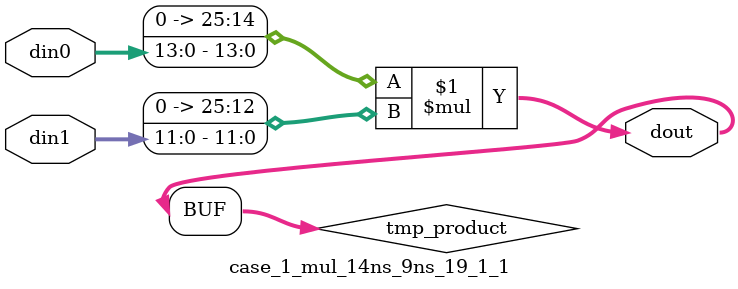
<source format=v>

`timescale 1 ns / 1 ps

 (* use_dsp = "no" *)  module case_1_mul_14ns_9ns_19_1_1(din0, din1, dout);
parameter ID = 1;
parameter NUM_STAGE = 0;
parameter din0_WIDTH = 14;
parameter din1_WIDTH = 12;
parameter dout_WIDTH = 26;

input [din0_WIDTH - 1 : 0] din0; 
input [din1_WIDTH - 1 : 0] din1; 
output [dout_WIDTH - 1 : 0] dout;

wire signed [dout_WIDTH - 1 : 0] tmp_product;
























assign tmp_product = $signed({1'b0, din0}) * $signed({1'b0, din1});











assign dout = tmp_product;





















endmodule

</source>
